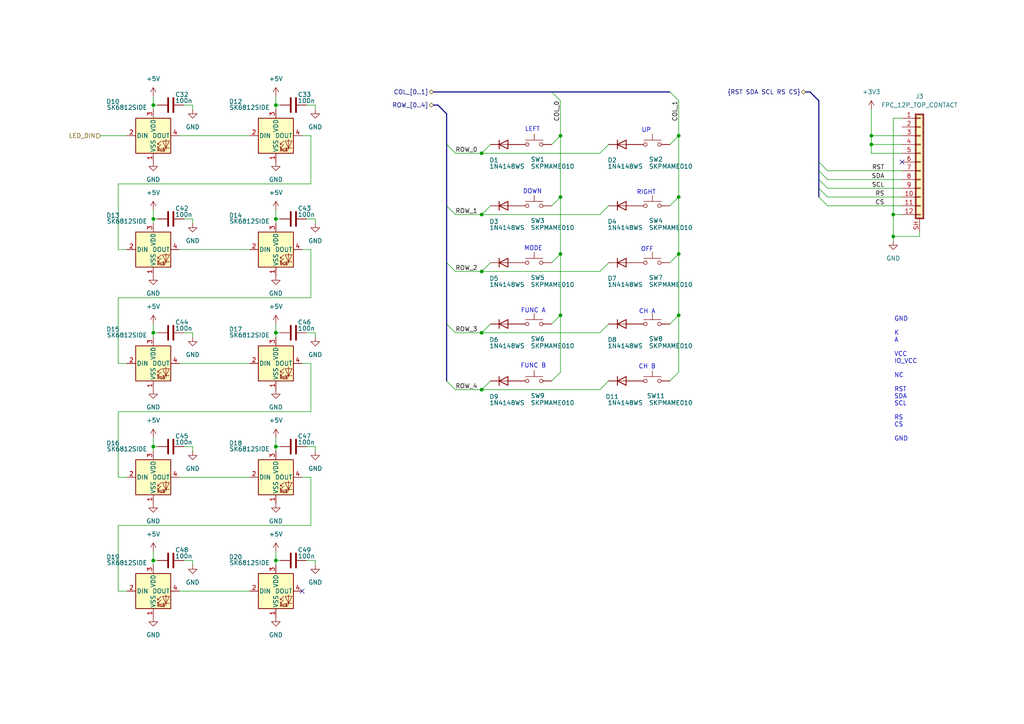
<source format=kicad_sch>
(kicad_sch (version 20250114) (generator "eeschema") (generator_version "9.0")
  (paper "A4")
  (lib_symbols
    (symbol "Connector_Generic_Shielded:Conn_01x12_Shielded" (pin_names (offset 1.016) (hide yes))
      (property "Reference" "J" (at 0.254 14.986 0))
      (property "Value" "Conn_01x12_Shielded" (at 1.016 -17.526 0))
      (symbol "Conn_01x12_Shielded_1_1"
        (rectangle (start -1.27 13.97) (end 1.27 -16.51) (stroke (width 0.1524)))
        (rectangle (start -1.016 13.716) (end 1.016 -16.256) (stroke (width 0.254)) (fill (type background)))
        (rectangle (start -1.016 12.827) (end 0.254 12.573) (stroke (width 0.1524)))
        (rectangle (start -1.016 10.287) (end 0.254 10.033) (stroke (width 0.1524)))
        (rectangle (start -1.016 7.747) (end 0.254 7.493) (stroke (width 0.1524)))
        (rectangle (start -1.016 5.207) (end 0.254 4.953) (stroke (width 0.1524)))
        (rectangle (start -1.016 2.667) (end 0.254 2.413) (stroke (width 0.1524)))
        (rectangle (start -1.016 0.127) (end 0.254 -0.127) (stroke (width 0.1524)))
        (rectangle (start -1.016 -2.413) (end 0.254 -2.667) (stroke (width 0.1524)))
        (rectangle (start -1.016 -4.953) (end 0.254 -5.207) (stroke (width 0.1524)))
        (rectangle (start -1.016 -7.493) (end 0.254 -7.747) (stroke (width 0.1524)))
        (rectangle (start -1.016 -10.033) (end 0.254 -10.287) (stroke (width 0.1524)))
        (rectangle (start -1.016 -12.573) (end 0.254 -12.827) (stroke (width 0.1524)))
        (rectangle (start -1.016 -15.113) (end 0.254 -15.367) (stroke (width 0.1524)))
        (pin passive line (at -5.08 12.7 0) (length 4.064) (name "Pin_1") (number "1"))
        (pin passive line (at -5.08 10.16 0) (length 4.064) (name "Pin_2") (number "2"))
        (pin passive line (at -5.08 7.62 0) (length 4.064) (name "Pin_3") (number "3"))
        (pin passive line (at -5.08 5.08 0) (length 4.064) (name "Pin_4") (number "4"))
        (pin passive line (at -5.08 2.54 0) (length 4.064) (name "Pin_5") (number "5"))
        (pin passive line (at -5.08 0 0) (length 4.064) (name "Pin_6") (number "6"))
        (pin passive line (at -5.08 -2.54 0) (length 4.064) (name "Pin_7") (number "7"))
        (pin passive line (at -5.08 -5.08 0) (length 4.064) (name "Pin_8") (number "8"))
        (pin passive line (at -5.08 -7.62 0) (length 4.064) (name "Pin_9") (number "9"))
        (pin passive line (at -5.08 -10.16 0) (length 4.064) (name "Pin_10") (number "10"))
        (pin passive line (at -5.08 -12.7 0) (length 4.064) (name "Pin_11") (number "11"))
        (pin passive line (at -5.08 -15.24 0) (length 4.064) (name "Pin_12") (number "12"))
        (pin passive line (at 0 -20.32 90) (length 3.81) (name "Shield") (number "SH"))
      )
    )
    (symbol "Device:C" (pin_numbers (hide yes)) (pin_names (offset 0.254))
      (property "Reference" "C" (at 0.635 2.54 0))
      (property "Value" "C" (at 0.635 -2.54 0))
      (symbol "C_0_1"
        (polyline (pts (xy -2.032 0.762) (xy 2.032 0.762)) (stroke (width 0.508)))
        (polyline (pts (xy -2.032 -0.762) (xy 2.032 -0.762)) (stroke (width 0.508)))
      )
      (symbol "C_1_1"
        (pin passive line (at 0 3.81 270) (length 2.794) (name "~") (number "1"))
        (pin passive line (at 0 -3.81 90) (length 2.794) (name "~") (number "2"))
      )
    )
    (symbol "Diode:1N4148WS" (pin_numbers (hide yes)) (pin_names (hide yes))
      (property "Reference" "D" (at 0 2.54 0))
      (property "Value" "1N4148WS" (at 0 -2.54 0))
      (symbol "1N4148WS_0_1"
        (polyline (pts (xy -1.27 1.27) (xy -1.27 -1.27)) (stroke (width 0.254)))
        (polyline (pts (xy 1.27 1.27) (xy 1.27 -1.27) (xy -1.27 0) (xy 1.27 1.27)) (stroke (width 0.254)))
        (polyline (pts (xy 1.27 0) (xy -1.27 0)))
      )
      (symbol "1N4148WS_1_1"
        (pin passive line (at -3.81 0 0) (length 2.54) (name "K") (number "1"))
        (pin passive line (at 3.81 0 180) (length 2.54) (name "A") (number "2"))
      )
    )
    (symbol "LED:SK6812" (pin_names (offset 0.254))
      (property "Reference" "D" (at 5.08 5.715 0))
      (property "Value" "SK6812" (at 1.27 -5.715 0))
      (symbol "SK6812_0_0"
        (text "RGB" (at 2.286 -4.191 0) (effects (font (size 0.762 0.762))))
      )
      (symbol "SK6812_0_1"
        (polyline (pts (xy 1.27 -2.54) (xy 1.778 -2.54)))
        (polyline (pts (xy 1.27 -3.556) (xy 1.778 -3.556)))
        (polyline (pts (xy 2.286 -1.524) (xy 1.27 -2.54) (xy 1.27 -2.032)))
        (polyline (pts (xy 2.286 -2.54) (xy 1.27 -3.556) (xy 1.27 -3.048)))
        (polyline (pts (xy 3.683 -1.016) (xy 3.683 -3.556) (xy 3.683 -4.064)))
        (polyline (pts (xy 4.699 -1.524) (xy 2.667 -1.524) (xy 3.683 -3.556) (xy 4.699 -1.524)))
        (polyline (pts (xy 4.699 -3.556) (xy 2.667 -3.556)))
        (rectangle (start 5.08 5.08) (end -5.08 -5.08) (stroke (width 0.254)) (fill (type background)))
      )
      (symbol "SK6812_1_1"
        (pin input line (at -7.62 0 0) (length 2.54) (name "DIN") (number "2"))
        (pin power_in line (at 0 7.62 270) (length 2.54) (name "VDD") (number "3"))
        (pin power_in line (at 0 -7.62 90) (length 2.54) (name "VSS") (number "1"))
        (pin output line (at 7.62 0 180) (length 2.54) (name "DOUT") (number "4"))
      )
    )
    (symbol "Switch:SW_Push" (pin_numbers (hide yes)) (pin_names (offset 1.016) (hide yes))
      (property "Reference" "SW" (at 1.27 2.54 0))
      (property "Value" "SW_Push" (at 0 -1.524 0))
      (symbol "SW_Push_0_1"
        (circle (center -2.032 0) (radius 0.508))
        (polyline (pts (xy 0 1.27) (xy 0 3.048)))
        (circle (center 2.032 0) (radius 0.508))
        (polyline (pts (xy 2.54 1.27) (xy -2.54 1.27)))
        (pin passive line (at -5.08 0 0) (length 2.54) (name "1") (number "1"))
        (pin passive line (at 5.08 0 180) (length 2.54) (name "2") (number "2"))
      )
    )
    (symbol "power:+3V3" (power) (pin_names (offset 0))
      (property "Value" "+3V3" (at 0 3.556 0))
      (symbol "+3V3_0_1"
        (polyline (pts (xy -0.762 1.27) (xy 0 2.54)))
        (polyline (pts (xy 0 2.54) (xy 0.762 1.27)))
        (polyline (pts (xy 0 0) (xy 0 2.54)))
      )
      (symbol "+3V3_1_1"
        (pin power_in line (at 0 0 90) (length 0) (hide yes) (name "+3V3") (number "1"))
      )
    )
    (symbol "power:+5V" (power) (pin_names (offset 0))
      (property "Value" "+5V" (at 0 3.556 0))
      (symbol "+5V_0_1"
        (polyline (pts (xy -0.762 1.27) (xy 0 2.54)))
        (polyline (pts (xy 0 2.54) (xy 0.762 1.27)))
        (polyline (pts (xy 0 0) (xy 0 2.54)))
      )
      (symbol "+5V_1_1"
        (pin power_in line (at 0 0 90) (length 0) (hide yes) (name "+5V") (number "1"))
      )
    )
    (symbol "power:GND" (power) (pin_names (offset 0))
      (property "Value" "GND" (at 0 -3.81 0))
      (symbol "GND_0_1"
        (polyline (pts (xy 0 0) (xy 0 -1.27) (xy 1.27 -1.27) (xy 0 -2.54) (xy -1.27 -1.27) (xy 0 -1.27)))
      )
      (symbol "GND_1_1"
        (pin power_in line (at 0 0 270) (length 0) (hide yes) (name "GND") (number "1"))
      )
    )
  )
  (text "UP" (at 187.452 37.846 0) (effects (font (size 1.27 1.27))))
  (text "CH A" (at 187.706 90.424 0) (effects (font (size 1.27 1.27))))
  (text "GND\n\nK\nA\n\nVCC\nIO_VCC\n\nNC\n\nRST\nSDA\nSCL\n\nRS\nCS\n\nGND" (at 259.334 109.982 0) (effects (font (size 1.27 1.27)) (justify left)))
  (text "LEFT" (at 154.432 37.592 0) (effects (font (size 1.27 1.27))))
  (text "CH B" (at 187.706 106.426 0) (effects (font (size 1.27 1.27))))
  (text "OFF" (at 187.706 72.39 0) (effects (font (size 1.27 1.27))))
  (text "FUNC A" (at 154.686 90.17 0) (effects (font (size 1.27 1.27))))
  (text "MODE" (at 154.686 72.136 0) (effects (font (size 1.27 1.27))))
  (text "DOWN" (at 154.432 55.626 0) (effects (font (size 1.27 1.27))))
  (text "RIGHT" (at 187.452 55.88 0) (effects (font (size 1.27 1.27))))
  (text "FUNC B" (at 154.686 106.172 0) (effects (font (size 1.27 1.27))))
  (junction (at 259.08 68.58))
  (junction (at 252.73 39.37))
  (junction (at 80.01 162.56))
  (junction (at 139.7 44.45))
  (junction (at 44.45 96.52))
  (junction (at 80.01 63.5))
  (junction (at 139.7 96.52))
  (junction (at 139.7 78.74))
  (junction (at 196.85 39.37))
  (junction (at 80.01 96.52))
  (junction (at 44.45 30.48))
  (junction (at 44.45 63.5))
  (junction (at 80.01 30.48))
  (junction (at 196.85 73.66))
  (junction (at 196.85 91.44))
  (junction (at 252.73 41.91))
  (junction (at 80.01 129.54))
  (junction (at 196.85 57.15))
  (junction (at 162.56 57.15))
  (junction (at 44.45 129.54))
  (junction (at 44.45 162.56))
  (junction (at 139.7 113.03))
  (junction (at 162.56 73.66))
  (junction (at 259.08 62.23))
  (junction (at 162.56 91.44))
  (junction (at 162.56 39.37))
  (junction (at 139.7 62.23))
  (no_connect (at 87.63 171.45))
  (no_connect (at 261.62 46.99))
  (bus_entry (at 237.49 49.53) (size 2.54 2.54))
  (bus_entry (at 129.54 59.69) (size 2.54 2.54))
  (bus_entry (at 237.49 57.15) (size 2.54 2.54))
  (bus_entry (at 129.54 93.98) (size 2.54 2.54))
  (bus_entry (at 129.54 76.2) (size 2.54 2.54))
  (bus_entry (at 237.49 54.61) (size 2.54 2.54))
  (bus_entry (at 194.31 26.67) (size 2.54 2.54))
  (bus_entry (at 160.02 26.67) (size 2.54 2.54))
  (bus_entry (at 129.54 110.49) (size 2.54 2.54))
  (bus_entry (at 129.54 41.91) (size 2.54 2.54))
  (bus_entry (at 237.49 52.07) (size 2.54 2.54))
  (bus_entry (at 237.49 46.99) (size 2.54 2.54))
  (wire (pts (xy 44.45 30.48) (xy 45.72 30.48)))
  (wire (pts (xy 142.24 76.2) (xy 139.7 78.74)))
  (wire (pts (xy 29.21 39.37) (xy 36.83 39.37)))
  (bus (pts (xy 237.49 29.21) (xy 234.95 26.67)))
  (wire (pts (xy 259.08 68.58) (xy 266.7 68.58)))
  (wire (pts (xy 34.29 119.38) (xy 34.29 138.43)))
  (wire (pts (xy 80.01 30.48) (xy 80.01 31.75)))
  (wire (pts (xy 44.45 162.56) (xy 45.72 162.56)))
  (wire (pts (xy 162.56 91.44) (xy 162.56 107.95)))
  (wire (pts (xy 176.53 110.49) (xy 173.99 113.03)))
  (wire (pts (xy 34.29 72.39) (xy 36.83 72.39)))
  (wire (pts (xy 52.07 72.39) (xy 72.39 72.39)))
  (wire (pts (xy 139.7 113.03) (xy 173.99 113.03)))
  (wire (pts (xy 87.63 72.39) (xy 90.17 72.39)))
  (wire (pts (xy 88.9 96.52) (xy 91.44 96.52)))
  (bus (pts (xy 237.49 54.61) (xy 237.49 52.07)))
  (wire (pts (xy 52.07 171.45) (xy 72.39 171.45)))
  (bus (pts (xy 125.73 26.67) (xy 160.02 26.67)))
  (wire (pts (xy 91.44 30.48) (xy 91.44 31.75)))
  (wire (pts (xy 90.17 86.36) (xy 34.29 86.36)))
  (wire (pts (xy 132.08 96.52) (xy 139.7 96.52)))
  (wire (pts (xy 261.62 44.45) (xy 252.73 44.45)))
  (wire (pts (xy 80.01 63.5) (xy 81.28 63.5)))
  (wire (pts (xy 88.9 30.48) (xy 91.44 30.48)))
  (wire (pts (xy 139.7 96.52) (xy 173.99 96.52)))
  (wire (pts (xy 44.45 93.98) (xy 44.45 96.52)))
  (wire (pts (xy 52.07 39.37) (xy 72.39 39.37)))
  (wire (pts (xy 55.88 96.52) (xy 55.88 97.79)))
  (wire (pts (xy 44.45 30.48) (xy 44.45 31.75)))
  (bus (pts (xy 129.54 110.49) (xy 129.54 93.98)))
  (wire (pts (xy 194.31 110.49) (xy 196.85 107.95)))
  (wire (pts (xy 44.45 96.52) (xy 44.45 97.79)))
  (wire (pts (xy 34.29 138.43) (xy 36.83 138.43)))
  (wire (pts (xy 34.29 171.45) (xy 36.83 171.45)))
  (bus (pts (xy 233.68 26.67) (xy 234.95 26.67)))
  (wire (pts (xy 194.31 76.2) (xy 196.85 73.66)))
  (wire (pts (xy 90.17 72.39) (xy 90.17 86.36)))
  (wire (pts (xy 194.31 93.98) (xy 196.85 91.44)))
  (wire (pts (xy 142.24 41.91) (xy 139.7 44.45)))
  (wire (pts (xy 44.45 129.54) (xy 44.45 130.81)))
  (wire (pts (xy 90.17 138.43) (xy 90.17 152.4)))
  (wire (pts (xy 80.01 129.54) (xy 80.01 130.81)))
  (wire (pts (xy 132.08 78.74) (xy 139.7 78.74)))
  (wire (pts (xy 160.02 41.91) (xy 162.56 39.37)))
  (wire (pts (xy 34.29 152.4) (xy 34.29 171.45)))
  (wire (pts (xy 80.01 30.48) (xy 81.28 30.48)))
  (wire (pts (xy 53.34 30.48) (xy 55.88 30.48)))
  (wire (pts (xy 139.7 62.23) (xy 173.99 62.23)))
  (wire (pts (xy 80.01 160.02) (xy 80.01 162.56)))
  (wire (pts (xy 252.73 41.91) (xy 252.73 39.37)))
  (wire (pts (xy 52.07 138.43) (xy 72.39 138.43)))
  (wire (pts (xy 90.17 119.38) (xy 34.29 119.38)))
  (bus (pts (xy 237.49 49.53) (xy 237.49 46.99)))
  (wire (pts (xy 80.01 27.94) (xy 80.01 30.48)))
  (wire (pts (xy 88.9 129.54) (xy 91.44 129.54)))
  (wire (pts (xy 162.56 57.15) (xy 162.56 73.66)))
  (wire (pts (xy 176.53 93.98) (xy 173.99 96.52)))
  (wire (pts (xy 80.01 129.54) (xy 81.28 129.54)))
  (wire (pts (xy 91.44 96.52) (xy 91.44 97.79)))
  (wire (pts (xy 44.45 127) (xy 44.45 129.54)))
  (wire (pts (xy 132.08 113.03) (xy 139.7 113.03)))
  (wire (pts (xy 196.85 29.21) (xy 196.85 39.37)))
  (wire (pts (xy 259.08 34.29) (xy 259.08 62.23)))
  (wire (pts (xy 87.63 105.41) (xy 90.17 105.41)))
  (wire (pts (xy 160.02 76.2) (xy 162.56 73.66)))
  (wire (pts (xy 91.44 129.54) (xy 91.44 130.81)))
  (wire (pts (xy 261.62 39.37) (xy 252.73 39.37)))
  (wire (pts (xy 142.24 110.49) (xy 139.7 113.03)))
  (wire (pts (xy 261.62 57.15) (xy 240.03 57.15)))
  (wire (pts (xy 90.17 152.4) (xy 34.29 152.4)))
  (wire (pts (xy 88.9 63.5) (xy 91.44 63.5)))
  (wire (pts (xy 139.7 44.45) (xy 173.99 44.45)))
  (wire (pts (xy 176.53 41.91) (xy 173.99 44.45)))
  (wire (pts (xy 44.45 63.5) (xy 44.45 64.77)))
  (wire (pts (xy 80.01 162.56) (xy 81.28 162.56)))
  (bus (pts (xy 237.49 54.61) (xy 237.49 57.15)))
  (wire (pts (xy 252.73 39.37) (xy 252.73 31.75)))
  (wire (pts (xy 160.02 110.49) (xy 162.56 107.95)))
  (wire (pts (xy 196.85 57.15) (xy 196.85 73.66)))
  (wire (pts (xy 162.56 29.21) (xy 162.56 39.37)))
  (wire (pts (xy 196.85 73.66) (xy 196.85 91.44)))
  (wire (pts (xy 139.7 78.74) (xy 173.99 78.74)))
  (wire (pts (xy 252.73 44.45) (xy 252.73 41.91)))
  (wire (pts (xy 44.45 129.54) (xy 45.72 129.54)))
  (wire (pts (xy 88.9 162.56) (xy 91.44 162.56)))
  (wire (pts (xy 53.34 162.56) (xy 55.88 162.56)))
  (wire (pts (xy 142.24 93.98) (xy 139.7 96.52)))
  (wire (pts (xy 55.88 63.5) (xy 55.88 64.77)))
  (wire (pts (xy 44.45 96.52) (xy 45.72 96.52)))
  (wire (pts (xy 176.53 76.2) (xy 173.99 78.74)))
  (wire (pts (xy 91.44 63.5) (xy 91.44 64.77)))
  (bus (pts (xy 125.73 30.48) (xy 127 30.48)))
  (wire (pts (xy 162.56 73.66) (xy 162.56 91.44)))
  (wire (pts (xy 34.29 105.41) (xy 36.83 105.41)))
  (wire (pts (xy 80.01 63.5) (xy 80.01 64.77)))
  (wire (pts (xy 80.01 162.56) (xy 80.01 163.83)))
  (wire (pts (xy 90.17 53.34) (xy 34.29 53.34)))
  (bus (pts (xy 129.54 93.98) (xy 129.54 76.2)))
  (wire (pts (xy 261.62 49.53) (xy 240.03 49.53)))
  (wire (pts (xy 53.34 129.54) (xy 55.88 129.54)))
  (wire (pts (xy 90.17 39.37) (xy 90.17 53.34)))
  (wire (pts (xy 266.7 68.58) (xy 266.7 67.31)))
  (bus (pts (xy 194.31 26.67) (xy 160.02 26.67)))
  (wire (pts (xy 194.31 41.91) (xy 196.85 39.37)))
  (wire (pts (xy 44.45 63.5) (xy 45.72 63.5)))
  (wire (pts (xy 261.62 62.23) (xy 259.08 62.23)))
  (wire (pts (xy 160.02 59.69) (xy 162.56 57.15)))
  (wire (pts (xy 44.45 162.56) (xy 44.45 163.83)))
  (wire (pts (xy 261.62 59.69) (xy 240.03 59.69)))
  (bus (pts (xy 129.54 33.02) (xy 127 30.48)))
  (wire (pts (xy 44.45 160.02) (xy 44.45 162.56)))
  (wire (pts (xy 196.85 39.37) (xy 196.85 57.15)))
  (wire (pts (xy 261.62 52.07) (xy 240.03 52.07)))
  (wire (pts (xy 132.08 44.45) (xy 139.7 44.45)))
  (wire (pts (xy 261.62 41.91) (xy 252.73 41.91)))
  (wire (pts (xy 44.45 27.94) (xy 44.45 30.48)))
  (wire (pts (xy 87.63 39.37) (xy 90.17 39.37)))
  (wire (pts (xy 259.08 62.23) (xy 259.08 68.58)))
  (bus (pts (xy 129.54 59.69) (xy 129.54 41.91)))
  (wire (pts (xy 142.24 59.69) (xy 139.7 62.23)))
  (wire (pts (xy 34.29 86.36) (xy 34.29 105.41)))
  (wire (pts (xy 194.31 59.69) (xy 196.85 57.15)))
  (wire (pts (xy 44.45 60.96) (xy 44.45 63.5)))
  (wire (pts (xy 55.88 30.48) (xy 55.88 31.75)))
  (wire (pts (xy 55.88 162.56) (xy 55.88 163.83)))
  (wire (pts (xy 160.02 93.98) (xy 162.56 91.44)))
  (wire (pts (xy 34.29 53.34) (xy 34.29 72.39)))
  (bus (pts (xy 129.54 76.2) (xy 129.54 59.69)))
  (bus (pts (xy 237.49 52.07) (xy 237.49 49.53)))
  (wire (pts (xy 91.44 162.56) (xy 91.44 163.83)))
  (wire (pts (xy 53.34 96.52) (xy 55.88 96.52)))
  (wire (pts (xy 176.53 59.69) (xy 173.99 62.23)))
  (wire (pts (xy 261.62 34.29) (xy 259.08 34.29)))
  (wire (pts (xy 80.01 60.96) (xy 80.01 63.5)))
  (bus (pts (xy 129.54 41.91) (xy 129.54 33.02)))
  (wire (pts (xy 53.34 63.5) (xy 55.88 63.5)))
  (wire (pts (xy 80.01 93.98) (xy 80.01 96.52)))
  (bus (pts (xy 237.49 29.21) (xy 237.49 46.99)))
  (wire (pts (xy 80.01 127) (xy 80.01 129.54)))
  (wire (pts (xy 162.56 39.37) (xy 162.56 57.15)))
  (wire (pts (xy 90.17 105.41) (xy 90.17 119.38)))
  (wire (pts (xy 132.08 62.23) (xy 139.7 62.23)))
  (wire (pts (xy 80.01 96.52) (xy 80.01 97.79)))
  (wire (pts (xy 196.85 91.44) (xy 196.85 107.95)))
  (wire (pts (xy 87.63 138.43) (xy 90.17 138.43)))
  (wire (pts (xy 80.01 96.52) (xy 81.28 96.52)))
  (wire (pts (xy 52.07 105.41) (xy 72.39 105.41)))
  (wire (pts (xy 55.88 129.54) (xy 55.88 130.81)))
  (wire (pts (xy 259.08 69.85) (xy 259.08 68.58)))
  (wire (pts (xy 261.62 54.61) (xy 240.03 54.61)))
  (label "ROW_1" (at 132.08 62.23 0))
  (label "CS" (at 256.54 59.69 180))
  (label "RS" (at 256.54 57.15 180))
  (label "RST" (at 256.54 49.53 180))
  (label "ROW_3" (at 132.08 96.52 0))
  (label "SCL" (at 256.54 54.61 180))
  (label "COL_1" (at 196.85 29.21 270))
  (label "ROW_0" (at 132.08 44.45 0))
  (label "COL_0" (at 162.56 29.21 270))
  (label "ROW_4" (at 132.08 113.03 0))
  (label "SDA" (at 256.54 52.07 180))
  (label "ROW_2" (at 132.08 78.74 0))
  (hierarchical_label "COL_[0..1]" (shape bidirectional) (at 125.73 26.67 180))
  (hierarchical_label "{RST SDA SCL RS CS}" (shape bidirectional) (at 233.68 26.67 180))
  (hierarchical_label "LED_DIN" (shape input) (at 29.21 39.37 180))
  (hierarchical_label "ROW_[0..4]" (shape bidirectional) (at 125.73 30.48 180))
  (symbol (lib_id "Device:C") (at 85.09 63.5 90) (unit 1)
    (property "Reference" "C43" (at 86.36 60.452 90) (effects (justify right)))
    (property "Value" "100n" (at 86.36 62.23 90) (effects (justify right)))
    (property "Footprint" "Capacitor_SMD:C_0402_1005Metric" (effects (hide yes)))
    (property "Description" "Unpolarized capacitor" (effects (hide yes)))
    (property "LCSC" "C307331" (effects (hide yes)))
  )
  (symbol (lib_id "Device:C") (at 49.53 63.5 90) (unit 1)
    (property "Reference" "C42" (at 50.8 60.452 90) (effects (justify right)))
    (property "Value" "100n" (at 50.8 62.23 90) (effects (justify right)))
    (property "Footprint" "Capacitor_SMD:C_0402_1005Metric" (effects (hide yes)))
    (property "Description" "Unpolarized capacitor" (effects (hide yes)))
    (property "LCSC" "C307331" (effects (hide yes)))
  )
  (symbol (lib_id "Diode:1N4148WS") (at 180.34 93.98 0) (unit 1)
    (property "Reference" "D8" (at 177.546 98.552 0))
    (property "Value" "1N4148WS" (at 181.356 100.33 0))
    (property "Footprint" "Diode_SMD:D_SOD-323" (effects (hide yes)))
    (property "Datasheet" "https://www.vishay.com/docs/85751/1n4148ws.pdf" (effects (hide yes)))
    (property "Description" "75V 0.15A Fast switching Diode, SOD-323" (effects (hide yes)))
    (property "Sim.Device" "D" (effects (hide yes)))
    (property "Sim.Pins" "1=K 2=A" (effects (hide yes)))
  )
  (symbol (lib_id "LED:SK6812") (at 80.01 171.45 0) (unit 1)
    (property "Reference" "D20" (at 68.326 161.544 0))
    (property "Value" "SK6812SIDE" (at 72.39 163.2518 0))
    (property "Footprint" "LED_SMD:LED_SK6812_PLCC4_5.0x5.0mm_P3.2mm" (effects (hide yes)))
    (property "Datasheet" "https://cdn-shop.adafruit.com/product-files/1138/SK6812+LED+datasheet+.pdf" (effects (hide yes)))
    (property "Description" "RGB LED with integrated controller" (effects (hide yes)))
  )
  (symbol (lib_id "power:+5V") (at 44.45 27.94 0) (unit 1)
    (property "Reference" "#PWR029" (effects (hide yes)))
    (property "Value" "+5V" (at 44.45 22.86 0))
    (property "Description" "Power symbol creates a global label with name \"+5V\"" (effects (hide yes)))
  )
  (symbol (lib_id "power:GND") (at 91.44 97.79 0) (unit 1)
    (property "Reference" "#PWR051" (effects (hide yes)))
    (property "Value" "GND" (at 91.44 102.87 0))
    (property "Description" "Power symbol creates a global label with name \"GND\" , ground" (effects (hide yes)))
  )
  (symbol (lib_id "power:GND") (at 80.01 113.03 0) (unit 1)
    (property "Reference" "#PWR048" (effects (hide yes)))
    (property "Value" "GND" (at 80.01 118.11 0))
    (property "Description" "Power symbol creates a global label with name \"GND\" , ground" (effects (hide yes)))
  )
  (symbol (lib_id "Diode:1N4148WS") (at 180.34 41.91 0) (unit 1)
    (property "Reference" "D2" (at 177.546 46.482 0))
    (property "Value" "1N4148WS" (at 181.356 48.26 0))
    (property "Footprint" "Diode_SMD:D_SOD-323" (effects (hide yes)))
    (property "Datasheet" "https://www.vishay.com/docs/85751/1n4148ws.pdf" (effects (hide yes)))
    (property "Description" "75V 0.15A Fast switching Diode, SOD-323" (effects (hide yes)))
    (property "Sim.Device" "D" (effects (hide yes)))
    (property "Sim.Pins" "1=K 2=A" (effects (hide yes)))
  )
  (symbol (lib_id "power:+3V3") (at 252.73 31.75 0) (mirror y) (unit 1)
    (property "Reference" "#PWR028" (effects (hide yes)))
    (property "Value" "+3V3" (at 252.73 26.67 0))
    (property "Description" "Power symbol creates a global label with name \"+3V3\"" (effects (hide yes)))
  )
  (symbol (lib_id "power:GND") (at 91.44 163.83 0) (unit 1)
    (property "Reference" "#PWR058" (effects (hide yes)))
    (property "Value" "GND" (at 91.44 168.91 0))
    (property "Description" "Power symbol creates a global label with name \"GND\" , ground" (effects (hide yes)))
  )
  (symbol (lib_id "Switch:SW_Push") (at 189.23 76.2 0) (unit 1)
    (property "Reference" "SW7" (at 190.246 80.518 0))
    (property "Value" "SKPMAME010" (at 194.564 82.55 0))
    (property "Description" "Push button switch, generic, two pins" (effects (hide yes)))
  )
  (symbol (lib_id "power:+5V") (at 44.45 60.96 0) (unit 1)
    (property "Reference" "#PWR035" (effects (hide yes)))
    (property "Value" "+5V" (at 44.45 55.88 0))
    (property "Description" "Power symbol creates a global label with name \"+5V\"" (effects (hide yes)))
  )
  (symbol (lib_id "power:GND") (at 80.01 46.99 0) (unit 1)
    (property "Reference" "#PWR033" (effects (hide yes)))
    (property "Value" "GND" (at 80.01 52.07 0))
    (property "Description" "Power symbol creates a global label with name \"GND\" , ground" (effects (hide yes)))
  )
  (symbol (lib_id "Device:C") (at 49.53 129.54 90) (unit 1)
    (property "Reference" "C45" (at 50.8 126.492 90) (effects (justify right)))
    (property "Value" "100n" (at 50.8 128.27 90) (effects (justify right)))
    (property "Footprint" "Capacitor_SMD:C_0402_1005Metric" (effects (hide yes)))
    (property "Description" "Unpolarized capacitor" (effects (hide yes)))
    (property "LCSC" "C307331" (effects (hide yes)))
  )
  (symbol (lib_id "power:GND") (at 55.88 64.77 0) (unit 1)
    (property "Reference" "#PWR037" (effects (hide yes)))
    (property "Value" "GND" (at 55.88 69.85 0))
    (property "Description" "Power symbol creates a global label with name \"GND\" , ground" (effects (hide yes)))
  )
  (symbol (lib_id "Connector_Generic_Shielded:Conn_01x12_Shielded") (at 266.7 46.99 0) (unit 1)
    (property "Reference" "J3" (at 266.7 27.94 0))
    (property "Value" "FPC_12P_TOP_CONTACT" (at 266.7 30.48 0))
    (property "Description" "Generic shielded connector, single row, 01x12, script generated (kicad-library-utils/schlib/autogen/connector/)" (effects (hide yes)))
  )
  (symbol (lib_id "Diode:1N4148WS") (at 146.05 59.69 0) (unit 1)
    (property "Reference" "D3" (at 143.256 64.262 0))
    (property "Value" "1N4148WS" (at 147.066 66.04 0))
    (property "Footprint" "Diode_SMD:D_SOD-323" (effects (hide yes)))
    (property "Datasheet" "https://www.vishay.com/docs/85751/1n4148ws.pdf" (effects (hide yes)))
    (property "Description" "75V 0.15A Fast switching Diode, SOD-323" (effects (hide yes)))
    (property "Sim.Device" "D" (effects (hide yes)))
    (property "Sim.Pins" "1=K 2=A" (effects (hide yes)))
  )
  (symbol (lib_id "Switch:SW_Push") (at 154.94 110.49 0) (unit 1)
    (property "Reference" "SW9" (at 155.956 114.808 0))
    (property "Value" "SKPMAME010" (at 160.274 116.84 0))
    (property "Description" "Push button switch, generic, two pins" (effects (hide yes)))
  )
  (symbol (lib_id "power:GND") (at 55.88 130.81 0) (unit 1)
    (property "Reference" "#PWR046" (effects (hide yes)))
    (property "Value" "GND" (at 55.88 135.89 0))
    (property "Description" "Power symbol creates a global label with name \"GND\" , ground" (effects (hide yes)))
  )
  (symbol (lib_id "Device:C") (at 85.09 129.54 90) (unit 1)
    (property "Reference" "C47" (at 86.36 126.492 90) (effects (justify right)))
    (property "Value" "100n" (at 86.36 128.27 90) (effects (justify right)))
    (property "Footprint" "Capacitor_SMD:C_0402_1005Metric" (effects (hide yes)))
    (property "Description" "Unpolarized capacitor" (effects (hide yes)))
    (property "LCSC" "C307331" (effects (hide yes)))
  )
  (symbol (lib_id "power:+5V") (at 80.01 27.94 0) (unit 1)
    (property "Reference" "#PWR032" (effects (hide yes)))
    (property "Value" "+5V" (at 80.01 22.86 0))
    (property "Description" "Power symbol creates a global label with name \"+5V\"" (effects (hide yes)))
  )
  (symbol (lib_id "Diode:1N4148WS") (at 180.34 76.2 0) (unit 1)
    (property "Reference" "D7" (at 177.546 80.772 0))
    (property "Value" "1N4148WS" (at 181.356 82.55 0))
    (property "Footprint" "Diode_SMD:D_SOD-323" (effects (hide yes)))
    (property "Datasheet" "https://www.vishay.com/docs/85751/1n4148ws.pdf" (effects (hide yes)))
    (property "Description" "75V 0.15A Fast switching Diode, SOD-323" (effects (hide yes)))
    (property "Sim.Device" "D" (effects (hide yes)))
    (property "Sim.Pins" "1=K 2=A" (effects (hide yes)))
  )
  (symbol (lib_id "Device:C") (at 49.53 162.56 90) (unit 1)
    (property "Reference" "C48" (at 50.8 159.512 90) (effects (justify right)))
    (property "Value" "100n" (at 50.8 161.29 90) (effects (justify right)))
    (property "Footprint" "Capacitor_SMD:C_0402_1005Metric" (effects (hide yes)))
    (property "Description" "Unpolarized capacitor" (effects (hide yes)))
    (property "LCSC" "C307331" (effects (hide yes)))
  )
  (symbol (lib_id "Device:C") (at 85.09 30.48 90) (unit 1)
    (property "Reference" "C33" (at 86.36 27.432 90) (effects (justify right)))
    (property "Value" "100n" (at 86.36 29.21 90) (effects (justify right)))
    (property "Footprint" "Capacitor_SMD:C_0402_1005Metric" (effects (hide yes)))
    (property "Description" "Unpolarized capacitor" (effects (hide yes)))
    (property "LCSC" "C307331" (effects (hide yes)))
  )
  (symbol (lib_id "Diode:1N4148WS") (at 146.05 93.98 0) (unit 1)
    (property "Reference" "D6" (at 143.256 98.552 0))
    (property "Value" "1N4148WS" (at 147.066 100.33 0))
    (property "Footprint" "Diode_SMD:D_SOD-323" (effects (hide yes)))
    (property "Datasheet" "https://www.vishay.com/docs/85751/1n4148ws.pdf" (effects (hide yes)))
    (property "Description" "75V 0.15A Fast switching Diode, SOD-323" (effects (hide yes)))
    (property "Sim.Device" "D" (effects (hide yes)))
    (property "Sim.Pins" "1=K 2=A" (effects (hide yes)))
  )
  (symbol (lib_id "Device:C") (at 85.09 162.56 90) (unit 1)
    (property "Reference" "C49" (at 86.36 159.512 90) (effects (justify right)))
    (property "Value" "100n" (at 86.36 161.29 90) (effects (justify right)))
    (property "Footprint" "Capacitor_SMD:C_0402_1005Metric" (effects (hide yes)))
    (property "Description" "Unpolarized capacitor" (effects (hide yes)))
    (property "LCSC" "C307331" (effects (hide yes)))
  )
  (symbol (lib_id "power:GND") (at 80.01 179.07 0) (unit 1)
    (property "Reference" "#PWR057" (effects (hide yes)))
    (property "Value" "GND" (at 80.01 184.15 0))
    (property "Description" "Power symbol creates a global label with name \"GND\" , ground" (effects (hide yes)))
  )
  (symbol (lib_id "Diode:1N4148WS") (at 146.05 41.91 0) (unit 1)
    (property "Reference" "D1" (at 143.256 46.482 0))
    (property "Value" "1N4148WS" (at 147.066 48.26 0))
    (property "Footprint" "Diode_SMD:D_SOD-323" (effects (hide yes)))
    (property "Datasheet" "https://www.vishay.com/docs/85751/1n4148ws.pdf" (effects (hide yes)))
    (property "Description" "75V 0.15A Fast switching Diode, SOD-323" (effects (hide yes)))
    (property "Sim.Device" "D" (effects (hide yes)))
    (property "Sim.Pins" "1=K 2=A" (effects (hide yes)))
  )
  (symbol (lib_id "power:+5V") (at 44.45 160.02 0) (unit 1)
    (property "Reference" "#PWR053" (effects (hide yes)))
    (property "Value" "+5V" (at 44.45 154.94 0))
    (property "Description" "Power symbol creates a global label with name \"+5V\"" (effects (hide yes)))
  )
  (symbol (lib_id "Diode:1N4148WS") (at 146.05 76.2 0) (unit 1)
    (property "Reference" "D5" (at 143.256 80.772 0))
    (property "Value" "1N4148WS" (at 147.066 82.55 0))
    (property "Footprint" "Diode_SMD:D_SOD-323" (effects (hide yes)))
    (property "Datasheet" "https://www.vishay.com/docs/85751/1n4148ws.pdf" (effects (hide yes)))
    (property "Description" "75V 0.15A Fast switching Diode, SOD-323" (effects (hide yes)))
    (property "Sim.Device" "D" (effects (hide yes)))
    (property "Sim.Pins" "1=K 2=A" (effects (hide yes)))
  )
  (symbol (lib_id "Switch:SW_Push") (at 189.23 41.91 0) (unit 1)
    (property "Reference" "SW2" (at 190.246 46.228 0))
    (property "Value" "SKPMAME010" (at 194.564 48.26 0))
    (property "Description" "Push button switch, generic, two pins" (effects (hide yes)))
  )
  (symbol (lib_id "Device:C") (at 49.53 96.52 90) (unit 1)
    (property "Reference" "C44" (at 50.8 93.472 90) (effects (justify right)))
    (property "Value" "100n" (at 50.8 95.25 90) (effects (justify right)))
    (property "Footprint" "Capacitor_SMD:C_0402_1005Metric" (effects (hide yes)))
    (property "Description" "Unpolarized capacitor" (effects (hide yes)))
    (property "LCSC" "C307331" (effects (hide yes)))
  )
  (symbol (lib_id "power:GND") (at 44.45 80.01 0) (unit 1)
    (property "Reference" "#PWR036" (effects (hide yes)))
    (property "Value" "GND" (at 44.45 85.09 0))
    (property "Description" "Power symbol creates a global label with name \"GND\" , ground" (effects (hide yes)))
  )
  (symbol (lib_id "power:+5V") (at 80.01 127 0) (unit 1)
    (property "Reference" "#PWR049" (effects (hide yes)))
    (property "Value" "+5V" (at 80.01 121.92 0))
    (property "Description" "Power symbol creates a global label with name \"+5V\"" (effects (hide yes)))
  )
  (symbol (lib_id "power:GND") (at 91.44 31.75 0) (unit 1)
    (property "Reference" "#PWR034" (effects (hide yes)))
    (property "Value" "GND" (at 91.44 36.83 0))
    (property "Description" "Power symbol creates a global label with name \"GND\" , ground" (effects (hide yes)))
  )
  (symbol (lib_id "power:GND") (at 44.45 46.99 0) (unit 1)
    (property "Reference" "#PWR030" (effects (hide yes)))
    (property "Value" "GND" (at 44.45 52.07 0))
    (property "Description" "Power symbol creates a global label with name \"GND\" , ground" (effects (hide yes)))
  )
  (symbol (lib_id "Diode:1N4148WS") (at 180.34 59.69 0) (unit 1)
    (property "Reference" "D4" (at 177.546 64.262 0))
    (property "Value" "1N4148WS" (at 181.356 66.04 0))
    (property "Footprint" "Diode_SMD:D_SOD-323" (effects (hide yes)))
    (property "Datasheet" "https://www.vishay.com/docs/85751/1n4148ws.pdf" (effects (hide yes)))
    (property "Description" "75V 0.15A Fast switching Diode, SOD-323" (effects (hide yes)))
    (property "Sim.Device" "D" (effects (hide yes)))
    (property "Sim.Pins" "1=K 2=A" (effects (hide yes)))
  )
  (symbol (lib_id "Switch:SW_Push") (at 154.94 93.98 0) (unit 1)
    (property "Reference" "SW6" (at 155.956 98.298 0))
    (property "Value" "SKPMAME010" (at 160.274 100.33 0))
    (property "Description" "Push button switch, generic, two pins" (effects (hide yes)))
  )
  (symbol (lib_id "Switch:SW_Push") (at 189.23 110.49 0) (unit 1)
    (property "Reference" "SW11" (at 190.246 114.808 0))
    (property "Value" "SKPMAME010" (at 194.564 116.84 0))
    (property "Description" "Push button switch, generic, two pins" (effects (hide yes)))
  )
  (symbol (lib_id "Switch:SW_Push") (at 154.94 76.2 0) (unit 1)
    (property "Reference" "SW5" (at 155.956 80.518 0))
    (property "Value" "SKPMAME010" (at 160.274 82.55 0))
    (property "Description" "Push button switch, generic, two pins" (effects (hide yes)))
  )
  (symbol (lib_id "power:+5V") (at 44.45 127 0) (unit 1)
    (property "Reference" "#PWR043" (effects (hide yes)))
    (property "Value" "+5V" (at 44.45 121.92 0))
    (property "Description" "Power symbol creates a global label with name \"+5V\"" (effects (hide yes)))
  )
  (symbol (lib_id "power:+5V") (at 44.45 93.98 0) (unit 1)
    (property "Reference" "#PWR041" (effects (hide yes)))
    (property "Value" "+5V" (at 44.45 88.9 0))
    (property "Description" "Power symbol creates a global label with name \"+5V\"" (effects (hide yes)))
  )
  (symbol (lib_id "LED:SK6812") (at 80.01 138.43 0) (unit 1)
    (property "Reference" "D18" (at 68.326 128.524 0))
    (property "Value" "SK6812SIDE" (at 72.39 130.2318 0))
    (property "Footprint" "LED_SMD:LED_SK6812_PLCC4_5.0x5.0mm_P3.2mm" (effects (hide yes)))
    (property "Datasheet" "https://cdn-shop.adafruit.com/product-files/1138/SK6812+LED+datasheet+.pdf" (effects (hide yes)))
    (property "Description" "RGB LED with integrated controller" (effects (hide yes)))
  )
  (symbol (lib_id "power:GND") (at 91.44 130.81 0) (unit 1)
    (property "Reference" "#PWR052" (effects (hide yes)))
    (property "Value" "GND" (at 91.44 135.89 0))
    (property "Description" "Power symbol creates a global label with name \"GND\" , ground" (effects (hide yes)))
  )
  (symbol (lib_id "power:GND") (at 44.45 179.07 0) (unit 1)
    (property "Reference" "#PWR054" (effects (hide yes)))
    (property "Value" "GND" (at 44.45 184.15 0))
    (property "Description" "Power symbol creates a global label with name \"GND\" , ground" (effects (hide yes)))
  )
  (symbol (lib_id "power:+5V") (at 80.01 60.96 0) (unit 1)
    (property "Reference" "#PWR038" (effects (hide yes)))
    (property "Value" "+5V" (at 80.01 55.88 0))
    (property "Description" "Power symbol creates a global label with name \"+5V\"" (effects (hide yes)))
  )
  (symbol (lib_id "LED:SK6812") (at 44.45 39.37 0) (unit 1)
    (property "Reference" "D10" (at 32.766 29.464 0))
    (property "Value" "SK6812SIDE" (at 36.83 31.1718 0))
    (property "Footprint" "LED_SMD:LED_SK6812_PLCC4_5.0x5.0mm_P3.2mm" (effects (hide yes)))
    (property "Datasheet" "https://cdn-shop.adafruit.com/product-files/1138/SK6812+LED+datasheet+.pdf" (effects (hide yes)))
    (property "Description" "RGB LED with integrated controller" (effects (hide yes)))
  )
  (symbol (lib_id "power:GND") (at 44.45 113.03 0) (unit 1)
    (property "Reference" "#PWR042" (effects (hide yes)))
    (property "Value" "GND" (at 44.45 118.11 0))
    (property "Description" "Power symbol creates a global label with name \"GND\" , ground" (effects (hide yes)))
  )
  (symbol (lib_id "power:GND") (at 55.88 31.75 0) (unit 1)
    (property "Reference" "#PWR031" (effects (hide yes)))
    (property "Value" "GND" (at 55.88 36.83 0))
    (property "Description" "Power symbol creates a global label with name \"GND\" , ground" (effects (hide yes)))
  )
  (symbol (lib_id "power:GND") (at 44.45 146.05 0) (unit 1)
    (property "Reference" "#PWR044" (effects (hide yes)))
    (property "Value" "GND" (at 44.45 151.13 0))
    (property "Description" "Power symbol creates a global label with name \"GND\" , ground" (effects (hide yes)))
  )
  (symbol (lib_id "power:+5V") (at 80.01 93.98 0) (unit 1)
    (property "Reference" "#PWR047" (effects (hide yes)))
    (property "Value" "+5V" (at 80.01 88.9 0))
    (property "Description" "Power symbol creates a global label with name \"+5V\"" (effects (hide yes)))
  )
  (symbol (lib_id "LED:SK6812") (at 44.45 138.43 0) (unit 1)
    (property "Reference" "D16" (at 32.766 128.524 0))
    (property "Value" "SK6812SIDE" (at 36.83 130.2318 0))
    (property "Footprint" "LED_SMD:LED_SK6812_PLCC4_5.0x5.0mm_P3.2mm" (effects (hide yes)))
    (property "Datasheet" "https://cdn-shop.adafruit.com/product-files/1138/SK6812+LED+datasheet+.pdf" (effects (hide yes)))
    (property "Description" "RGB LED with integrated controller" (effects (hide yes)))
  )
  (symbol (lib_id "LED:SK6812") (at 80.01 72.39 0) (unit 1)
    (property "Reference" "D14" (at 68.326 62.484 0))
    (property "Value" "SK6812SIDE" (at 72.39 64.1918 0))
    (property "Footprint" "LED_SMD:LED_SK6812_PLCC4_5.0x5.0mm_P3.2mm" (effects (hide yes)))
    (property "Datasheet" "https://cdn-shop.adafruit.com/product-files/1138/SK6812+LED+datasheet+.pdf" (effects (hide yes)))
    (property "Description" "RGB LED with integrated controller" (effects (hide yes)))
  )
  (symbol (lib_id "Switch:SW_Push") (at 189.23 93.98 0) (unit 1)
    (property "Reference" "SW8" (at 190.246 98.298 0))
    (property "Value" "SKPMAME010" (at 194.564 100.33 0))
    (property "Description" "Push button switch, generic, two pins" (effects (hide yes)))
  )
  (symbol (lib_id "power:GND") (at 80.01 146.05 0) (unit 1)
    (property "Reference" "#PWR050" (effects (hide yes)))
    (property "Value" "GND" (at 80.01 151.13 0))
    (property "Description" "Power symbol creates a global label with name \"GND\" , ground" (effects (hide yes)))
  )
  (symbol (lib_id "power:GND") (at 55.88 163.83 0) (unit 1)
    (property "Reference" "#PWR055" (effects (hide yes)))
    (property "Value" "GND" (at 55.88 168.91 0))
    (property "Description" "Power symbol creates a global label with name \"GND\" , ground" (effects (hide yes)))
  )
  (symbol (lib_id "LED:SK6812") (at 44.45 72.39 0) (unit 1)
    (property "Reference" "D13" (at 32.766 62.484 0))
    (property "Value" "SK6812SIDE" (at 36.83 64.1918 0))
    (property "Footprint" "LED_SMD:LED_SK6812_PLCC4_5.0x5.0mm_P3.2mm" (effects (hide yes)))
    (property "Datasheet" "https://cdn-shop.adafruit.com/product-files/1138/SK6812+LED+datasheet+.pdf" (effects (hide yes)))
    (property "Description" "RGB LED with integrated controller" (effects (hide yes)))
  )
  (symbol (lib_id "Diode:1N4148WS") (at 180.34 110.49 0) (unit 1)
    (property "Reference" "D11" (at 177.546 115.062 0))
    (property "Value" "1N4148WS" (at 181.356 116.84 0))
    (property "Footprint" "Diode_SMD:D_SOD-323" (effects (hide yes)))
    (property "Datasheet" "https://www.vishay.com/docs/85751/1n4148ws.pdf" (effects (hide yes)))
    (property "Description" "75V 0.15A Fast switching Diode, SOD-323" (effects (hide yes)))
    (property "Sim.Device" "D" (effects (hide yes)))
    (property "Sim.Pins" "1=K 2=A" (effects (hide yes)))
  )
  (symbol (lib_id "power:+5V") (at 80.01 160.02 0) (unit 1)
    (property "Reference" "#PWR056" (effects (hide yes)))
    (property "Value" "+5V" (at 80.01 154.94 0))
    (property "Description" "Power symbol creates a global label with name \"+5V\"" (effects (hide yes)))
  )
  (symbol (lib_id "LED:SK6812") (at 44.45 105.41 0) (unit 1)
    (property "Reference" "D15" (at 32.766 95.504 0))
    (property "Value" "SK6812SIDE" (at 36.83 97.2118 0))
    (property "Footprint" "LED_SMD:LED_SK6812_PLCC4_5.0x5.0mm_P3.2mm" (effects (hide yes)))
    (property "Datasheet" "https://cdn-shop.adafruit.com/product-files/1138/SK6812+LED+datasheet+.pdf" (effects (hide yes)))
    (property "Description" "RGB LED with integrated controller" (effects (hide yes)))
  )
  (symbol (lib_id "Device:C") (at 85.09 96.52 90) (unit 1)
    (property "Reference" "C46" (at 86.36 93.472 90) (effects (justify right)))
    (property "Value" "100n" (at 86.36 95.25 90) (effects (justify right)))
    (property "Footprint" "Capacitor_SMD:C_0402_1005Metric" (effects (hide yes)))
    (property "Description" "Unpolarized capacitor" (effects (hide yes)))
    (property "LCSC" "C307331" (effects (hide yes)))
  )
  (symbol (lib_id "power:GND") (at 55.88 97.79 0) (unit 1)
    (property "Reference" "#PWR045" (effects (hide yes)))
    (property "Value" "GND" (at 55.88 102.87 0))
    (property "Description" "Power symbol creates a global label with name \"GND\" , ground" (effects (hide yes)))
  )
  (symbol (lib_id "LED:SK6812") (at 80.01 39.37 0) (unit 1)
    (property "Reference" "D12" (at 68.326 29.464 0))
    (property "Value" "SK6812SIDE" (at 72.39 31.1718 0))
    (property "Footprint" "LED_SMD:LED_SK6812_PLCC4_5.0x5.0mm_P3.2mm" (effects (hide yes)))
    (property "Datasheet" "https://cdn-shop.adafruit.com/product-files/1138/SK6812+LED+datasheet+.pdf" (effects (hide yes)))
    (property "Description" "RGB LED with integrated controller" (effects (hide yes)))
  )
  (symbol (lib_id "Switch:SW_Push") (at 189.23 59.69 0) (unit 1)
    (property "Reference" "SW4" (at 190.246 64.008 0))
    (property "Value" "SKPMAME010" (at 194.564 66.04 0))
    (property "Description" "Push button switch, generic, two pins" (effects (hide yes)))
  )
  (symbol (lib_id "power:GND") (at 91.44 64.77 0) (unit 1)
    (property "Reference" "#PWR040" (effects (hide yes)))
    (property "Value" "GND" (at 91.44 69.85 0))
    (property "Description" "Power symbol creates a global label with name \"GND\" , ground" (effects (hide yes)))
  )
  (symbol (lib_id "Switch:SW_Push") (at 154.94 41.91 0) (unit 1)
    (property "Reference" "SW1" (at 155.956 46.228 0))
    (property "Value" "SKPMAME010" (at 160.274 48.26 0))
    (property "Description" "Push button switch, generic, two pins" (effects (hide yes)))
  )
  (symbol (lib_id "Switch:SW_Push") (at 154.94 59.69 0) (unit 1)
    (property "Reference" "SW3" (at 155.956 64.008 0))
    (property "Value" "SKPMAME010" (at 160.274 66.04 0))
    (property "Description" "Push button switch, generic, two pins" (effects (hide yes)))
  )
  (symbol (lib_id "power:GND") (at 259.08 69.85 0) (mirror y) (unit 1)
    (property "Reference" "#PWR019" (effects (hide yes)))
    (property "Value" "GND" (at 259.08 74.93 0))
    (property "Description" "Power symbol creates a global label with name \"GND\" , ground" (effects (hide yes)))
  )
  (symbol (lib_id "LED:SK6812") (at 80.01 105.41 0) (unit 1)
    (property "Reference" "D17" (at 68.326 95.504 0))
    (property "Value" "SK6812SIDE" (at 72.39 97.2118 0))
    (property "Footprint" "LED_SMD:LED_SK6812_PLCC4_5.0x5.0mm_P3.2mm" (effects (hide yes)))
    (property "Datasheet" "https://cdn-shop.adafruit.com/product-files/1138/SK6812+LED+datasheet+.pdf" (effects (hide yes)))
    (property "Description" "RGB LED with integrated controller" (effects (hide yes)))
  )
  (symbol (lib_id "Device:C") (at 49.53 30.48 90) (unit 1)
    (property "Reference" "C32" (at 50.8 27.432 90) (effects (justify right)))
    (property "Value" "100n" (at 50.8 29.21 90) (effects (justify right)))
    (property "Footprint" "Capacitor_SMD:C_0402_1005Metric" (effects (hide yes)))
    (property "Description" "Unpolarized capacitor" (effects (hide yes)))
    (property "LCSC" "C307331" (effects (hide yes)))
  )
  (symbol (lib_id "power:GND") (at 80.01 80.01 0) (unit 1)
    (property "Reference" "#PWR039" (effects (hide yes)))
    (property "Value" "GND" (at 80.01 85.09 0))
    (property "Description" "Power symbol creates a global label with name \"GND\" , ground" (effects (hide yes)))
  )
  (symbol (lib_id "LED:SK6812") (at 44.45 171.45 0) (unit 1)
    (property "Reference" "D19" (at 32.766 161.544 0))
    (property "Value" "SK6812SIDE" (at 36.83 163.2518 0))
    (property "Footprint" "LED_SMD:LED_SK6812_PLCC4_5.0x5.0mm_P3.2mm" (effects (hide yes)))
    (property "Datasheet" "https://cdn-shop.adafruit.com/product-files/1138/SK6812+LED+datasheet+.pdf" (effects (hide yes)))
    (property "Description" "RGB LED with integrated controller" (effects (hide yes)))
  )
  (symbol (lib_id "Diode:1N4148WS") (at 146.05 110.49 0) (unit 1)
    (property "Reference" "D9" (at 143.256 115.062 0))
    (property "Value" "1N4148WS" (at 147.066 116.84 0))
    (property "Footprint" "Diode_SMD:D_SOD-323" (effects (hide yes)))
    (property "Datasheet" "https://www.vishay.com/docs/85751/1n4148ws.pdf" (effects (hide yes)))
    (property "Description" "75V 0.15A Fast switching Diode, SOD-323" (effects (hide yes)))
    (property "Sim.Device" "D" (effects (hide yes)))
    (property "Sim.Pins" "1=K 2=A" (effects (hide yes)))
  )
)
</source>
